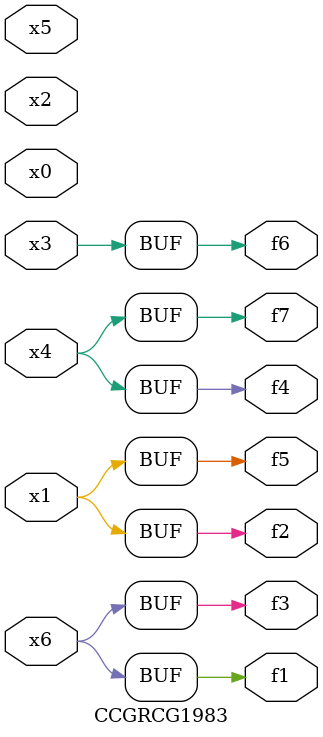
<source format=v>
module CCGRCG1983(
	input x0, x1, x2, x3, x4, x5, x6,
	output f1, f2, f3, f4, f5, f6, f7
);
	assign f1 = x6;
	assign f2 = x1;
	assign f3 = x6;
	assign f4 = x4;
	assign f5 = x1;
	assign f6 = x3;
	assign f7 = x4;
endmodule

</source>
